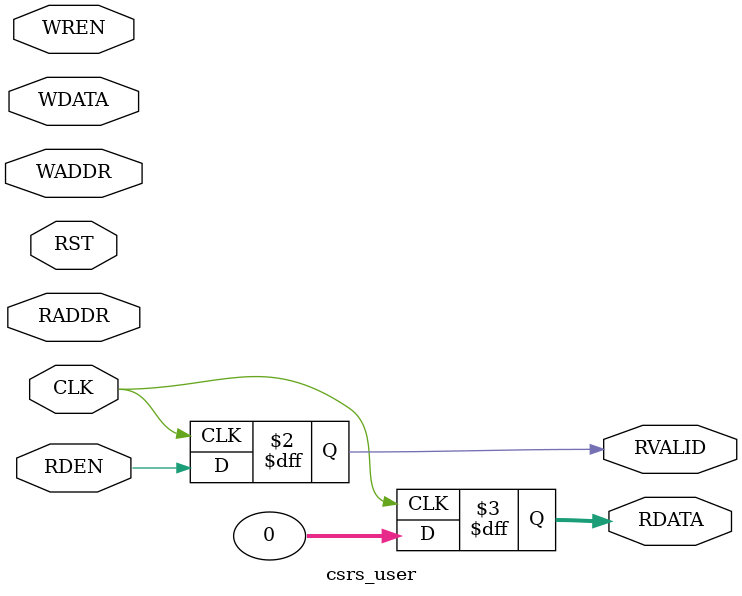
<source format=v>
module csrs_user
    (
        /* ----- 制御 ----- */
        input wire CLK,
        input wire RST,

        /* ----- CSRアクセス ----- */
        // 読み
        input wire          RDEN,
        input wire  [11:0]  RADDR,
        output reg          RVALID,
        output reg  [31:0]  RDATA,

        // 書き
        input wire          WREN,
        input wire  [11:0]  WADDR,
        input wire  [31:0]  WDATA
    );

    // reg [31:0] csr [0:1023];

    always @ (posedge CLK) begin
        RVALID <= RDEN;
        RDATA <= 32'b0;
    end

endmodule

</source>
